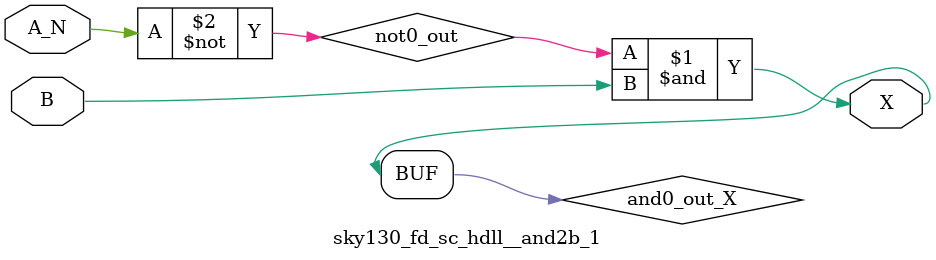
<source format=v>
/*
 * Copyright 2020 The SkyWater PDK Authors
 *
 * Licensed under the Apache License, Version 2.0 (the "License");
 * you may not use this file except in compliance with the License.
 * You may obtain a copy of the License at
 *
 *     https://www.apache.org/licenses/LICENSE-2.0
 *
 * Unless required by applicable law or agreed to in writing, software
 * distributed under the License is distributed on an "AS IS" BASIS,
 * WITHOUT WARRANTIES OR CONDITIONS OF ANY KIND, either express or implied.
 * See the License for the specific language governing permissions and
 * limitations under the License.
 *
 * SPDX-License-Identifier: Apache-2.0
*/


`ifndef SKY130_FD_SC_HDLL__AND2B_1_FUNCTIONAL_V
`define SKY130_FD_SC_HDLL__AND2B_1_FUNCTIONAL_V

/**
 * and2b: 2-input AND, first input inverted.
 *
 * Verilog simulation functional model.
 */

`timescale 1ns / 1ps
`default_nettype none

`celldefine
module sky130_fd_sc_hdll__and2b_1 (
    X  ,
    A_N,
    B
);

    // Module ports
    output X  ;
    input  A_N;
    input  B  ;

    // Local signals
    wire not0_out  ;
    wire and0_out_X;

    //  Name  Output      Other arguments
    not not0 (not0_out  , A_N            );
    and and0 (and0_out_X, not0_out, B    );
    buf buf0 (X         , and0_out_X     );

endmodule
`endcelldefine

`default_nettype wire
`endif  // SKY130_FD_SC_HDLL__AND2B_1_FUNCTIONAL_V

</source>
